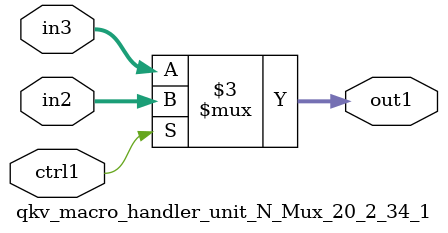
<source format=v>

`timescale 1ps / 1ps


module qkv_macro_handler_unit_N_Mux_20_2_34_1( in3, in2, ctrl1, out1 );

    input [19:0] in3;
    input [19:0] in2;
    input ctrl1;
    output [19:0] out1;
    reg [19:0] out1;

    
    // rtl_process:qkv_macro_handler_unit_N_Mux_20_2_34_1/qkv_macro_handler_unit_N_Mux_20_2_34_1_thread_1
    always @*
      begin : qkv_macro_handler_unit_N_Mux_20_2_34_1_thread_1
        case (ctrl1) 
          1'b1: 
            begin
              out1 = in2;
            end
          default: 
            begin
              out1 = in3;
            end
        endcase
      end

endmodule





</source>
